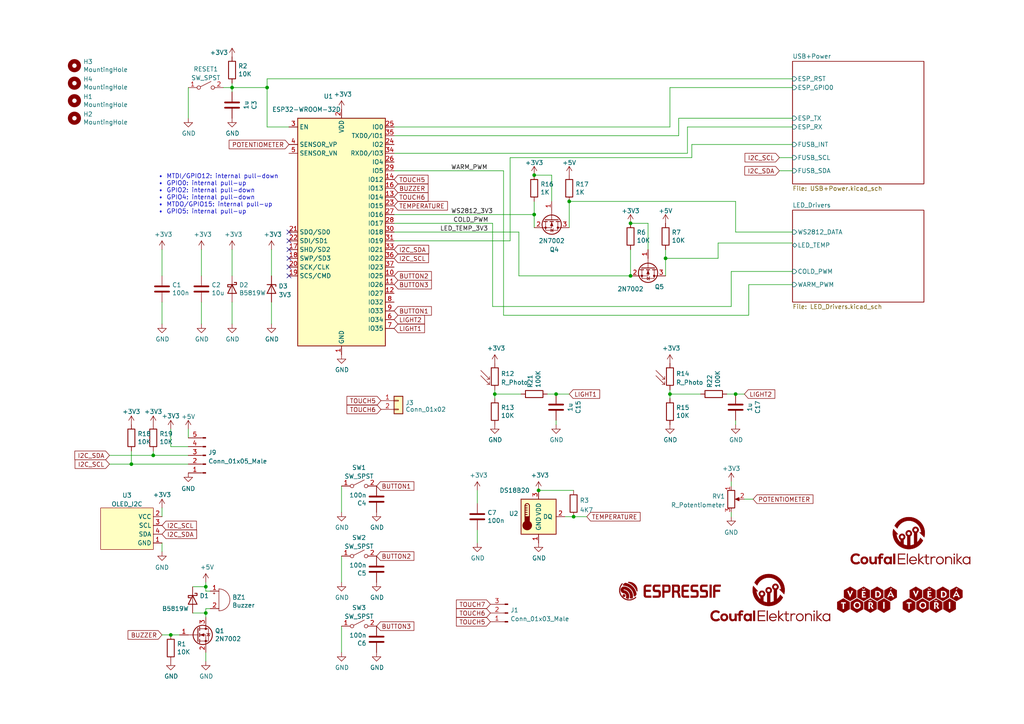
<source format=kicad_sch>
(kicad_sch (version 20230121) (generator eeschema)
  (paper "A4")
  (lib_symbols
    (symbol "Connector:Conn_01x03_Male" (pin_names (offset 1.016) hide)
      (property "Reference" "J" (at 0 5.08 0))
      (property "Value" "Conn_01x03_Male" (at 0 -5.08 0))
      (symbol "Conn_01x03_Male_1_1"
        (pin passive line (at 5.08 2.54 180) (length 3.81) (name "Pin_1") (number "1"))
        (pin passive line (at 5.08 0 180) (length 3.81) (name "Pin_2") (number "2"))
        (pin passive line (at 5.08 -2.54 180) (length 3.81) (name "Pin_3") (number "3"))
      )
    )
    (symbol "Connector:Conn_01x05_Male" (pin_names (offset 1.016) hide)
      (property "Reference" "J" (at 0 7.62 0))
      (property "Value" "Conn_01x05_Male" (at 0 -7.62 0))
      (symbol "Conn_01x05_Male_1_1"
        (pin passive line (at 5.08 5.08 180) (length 3.81) (name "Pin_1") (number "1"))
        (pin passive line (at 5.08 2.54 180) (length 3.81) (name "Pin_2") (number "2"))
        (pin passive line (at 5.08 0 180) (length 3.81) (name "Pin_3") (number "3"))
        (pin passive line (at 5.08 -2.54 180) (length 3.81) (name "Pin_4") (number "4"))
        (pin passive line (at 5.08 -5.08 180) (length 3.81) (name "Pin_5") (number "5"))
      )
    )
    (symbol "Connector_Generic:Conn_01x02" (pin_names (offset 1.016) hide)
      (property "Reference" "J" (at 0 2.54 0))
      (property "Value" "Conn_01x02" (at 0 -5.08 0))
      (symbol "Conn_01x02_1_1"
        (pin passive line (at -5.08 0 0) (length 3.81) (name "Pin_1") (number "1"))
        (pin passive line (at -5.08 -2.54 0) (length 3.81) (name "Pin_2") (number "2"))
      )
    )
    (symbol "Device:Buzzer" (pin_names (offset 0.0254) hide)
      (property "Reference" "BZ" (at 3.81 1.27 0))
      (property "Value" "Buzzer" (at 3.81 -1.27 0))
      (symbol "Buzzer_1_1"
        (pin passive line (at -2.54 2.54 0) (length 2.54) (name "-") (number "1"))
        (pin passive line (at -2.54 -2.54 0) (length 2.54) (name "+") (number "2"))
      )
    )
    (symbol "Device:C" (pin_numbers hide) (pin_names (offset 0.254))
      (property "Reference" "C" (at 0.635 2.54 0))
      (property "Value" "C" (at 0.635 -2.54 0))
      (symbol "C_1_1"
        (pin passive line (at 0 3.81 270) (length 2.794) (name "~") (number "1"))
        (pin passive line (at 0 -3.81 90) (length 2.794) (name "~") (number "2"))
      )
    )
    (symbol "Device:D_Schottky" (pin_numbers hide) (pin_names (offset 1.016) hide)
      (property "Reference" "D" (at 0 2.54 0))
      (property "Value" "D_Schottky" (at 0 -2.54 0))
      (symbol "D_Schottky_1_1"
        (pin passive line (at -3.81 0 0) (length 2.54) (name "K") (number "1"))
        (pin passive line (at 3.81 0 180) (length 2.54) (name "A") (number "2"))
      )
    )
    (symbol "Device:D_Zener" (pin_numbers hide) (pin_names (offset 1.016) hide)
      (property "Reference" "D" (at 0 2.54 0))
      (property "Value" "D_Zener" (at 0 -2.54 0))
      (symbol "D_Zener_1_1"
        (pin passive line (at -3.81 0 0) (length 2.54) (name "K") (number "1"))
        (pin passive line (at 3.81 0 180) (length 2.54) (name "A") (number "2"))
      )
    )
    (symbol "Device:R" (pin_numbers hide) (pin_names (offset 0))
      (property "Reference" "R" (at 2.032 0 90))
      (property "Value" "R" (at 0 0 90))
      (symbol "R_1_1"
        (pin passive line (at 0 3.81 270) (length 1.27) (name "~") (number "1"))
        (pin passive line (at 0 -3.81 90) (length 1.27) (name "~") (number "2"))
      )
    )
    (symbol "Device:R_Photo" (pin_numbers hide) (pin_names (offset 0))
      (property "Reference" "R" (at 1.27 1.27 0))
      (property "Value" "R_Photo" (at 1.27 0 0))
      (symbol "R_Photo_1_1"
        (pin passive line (at 0 3.81 270) (length 1.27) (name "~") (number "1"))
        (pin passive line (at 0 -3.81 90) (length 1.27) (name "~") (number "2"))
      )
    )
    (symbol "Device:R_Potentiometer" (pin_names (offset 1.016) hide)
      (property "Reference" "RV" (at -4.445 0 90))
      (property "Value" "R_Potentiometer" (at -2.54 0 90))
      (symbol "R_Potentiometer_1_1"
        (pin passive line (at 0 3.81 270) (length 1.27) (name "1") (number "1"))
        (pin passive line (at 3.81 0 180) (length 1.27) (name "2") (number "2"))
        (pin passive line (at 0 -3.81 90) (length 1.27) (name "3") (number "3"))
      )
    )
    (symbol "Mechanical:MountingHole" (pin_names (offset 1.016))
      (property "Reference" "H" (at 0 5.08 0))
      (property "Value" "MountingHole" (at 0 3.175 0))
    )
    (symbol "PaLampa_Library:OLED_I2C"
      (property "Reference" "U" (at -0.635 7.62 0))
      (property "Value" "OLED_I2C" (at -3.81 0 0))
      (symbol "OLED_I2C_1_1"
        (pin input line (at 8.89 -3.81 180) (length 2.54) (name "GND") (number "1"))
        (pin input line (at 8.89 3.81 180) (length 2.54) (name "VCC") (number "2"))
        (pin input line (at 8.89 1.27 180) (length 2.54) (name "SCL") (number "3"))
        (pin input line (at 8.89 -1.27 180) (length 2.54) (name "SDA") (number "4"))
      )
    )
    (symbol "RF_Module:ESP32-WROOM-32D"
      (property "Reference" "U" (at -12.7 34.29 0))
      (property "Value" "ESP32-WROOM-32D" (at 1.27 34.29 0))
      (symbol "ESP32-WROOM-32D_1_1"
        (pin power_in line (at 0 -35.56 90) (length 2.54) (name "GND") (number "1"))
        (pin bidirectional line (at 15.24 -12.7 180) (length 2.54) (name "IO25") (number "10"))
        (pin bidirectional line (at 15.24 -15.24 180) (length 2.54) (name "IO26") (number "11"))
        (pin bidirectional line (at 15.24 -17.78 180) (length 2.54) (name "IO27") (number "12"))
        (pin bidirectional line (at 15.24 10.16 180) (length 2.54) (name "IO14") (number "13"))
        (pin bidirectional line (at 15.24 15.24 180) (length 2.54) (name "IO12") (number "14"))
        (pin passive line (at 0 -35.56 90) (length 2.54) hide (name "GND") (number "15"))
        (pin bidirectional line (at 15.24 12.7 180) (length 2.54) (name "IO13") (number "16"))
        (pin bidirectional line (at -15.24 -5.08 0) (length 2.54) (name "SHD/SD2") (number "17"))
        (pin bidirectional line (at -15.24 -7.62 0) (length 2.54) (name "SWP/SD3") (number "18"))
        (pin bidirectional line (at -15.24 -12.7 0) (length 2.54) (name "SCS/CMD") (number "19"))
        (pin power_in line (at 0 35.56 270) (length 2.54) (name "VDD") (number "2"))
        (pin bidirectional line (at -15.24 -10.16 0) (length 2.54) (name "SCK/CLK") (number "20"))
        (pin bidirectional line (at -15.24 0 0) (length 2.54) (name "SDO/SD0") (number "21"))
        (pin bidirectional line (at -15.24 -2.54 0) (length 2.54) (name "SDI/SD1") (number "22"))
        (pin bidirectional line (at 15.24 7.62 180) (length 2.54) (name "IO15") (number "23"))
        (pin bidirectional line (at 15.24 25.4 180) (length 2.54) (name "IO2") (number "24"))
        (pin bidirectional line (at 15.24 30.48 180) (length 2.54) (name "IO0") (number "25"))
        (pin bidirectional line (at 15.24 20.32 180) (length 2.54) (name "IO4") (number "26"))
        (pin bidirectional line (at 15.24 5.08 180) (length 2.54) (name "IO16") (number "27"))
        (pin bidirectional line (at 15.24 2.54 180) (length 2.54) (name "IO17") (number "28"))
        (pin bidirectional line (at 15.24 17.78 180) (length 2.54) (name "IO5") (number "29"))
        (pin input line (at -15.24 30.48 0) (length 2.54) (name "EN") (number "3"))
        (pin bidirectional line (at 15.24 0 180) (length 2.54) (name "IO18") (number "30"))
        (pin bidirectional line (at 15.24 -2.54 180) (length 2.54) (name "IO19") (number "31"))
        (pin no_connect line (at -12.7 -27.94 0) (length 2.54) hide (name "NC") (number "32"))
        (pin bidirectional line (at 15.24 -5.08 180) (length 2.54) (name "IO21") (number "33"))
        (pin bidirectional line (at 15.24 22.86 180) (length 2.54) (name "RXD0/IO3") (number "34"))
        (pin bidirectional line (at 15.24 27.94 180) (length 2.54) (name "TXD0/IO1") (number "35"))
        (pin bidirectional line (at 15.24 -7.62 180) (length 2.54) (name "IO22") (number "36"))
        (pin bidirectional line (at 15.24 -10.16 180) (length 2.54) (name "IO23") (number "37"))
        (pin passive line (at 0 -35.56 90) (length 2.54) hide (name "GND") (number "38"))
        (pin passive line (at 0 -35.56 90) (length 2.54) hide (name "GND") (number "39"))
        (pin input line (at -15.24 25.4 0) (length 2.54) (name "SENSOR_VP") (number "4"))
        (pin input line (at -15.24 22.86 0) (length 2.54) (name "SENSOR_VN") (number "5"))
        (pin input line (at 15.24 -25.4 180) (length 2.54) (name "IO34") (number "6"))
        (pin input line (at 15.24 -27.94 180) (length 2.54) (name "IO35") (number "7"))
        (pin bidirectional line (at 15.24 -20.32 180) (length 2.54) (name "IO32") (number "8"))
        (pin bidirectional line (at 15.24 -22.86 180) (length 2.54) (name "IO33") (number "9"))
      )
    )
    (symbol "Sensor_Temperature:DS18B20" (pin_names (offset 1.016))
      (property "Reference" "U" (at -3.81 6.35 0))
      (property "Value" "DS18B20" (at 6.35 6.35 0))
      (symbol "DS18B20_1_1"
        (pin power_in line (at 0 -7.62 90) (length 2.54) (name "GND") (number "1"))
        (pin bidirectional line (at 7.62 0 180) (length 2.54) (name "DQ") (number "2"))
        (pin power_in line (at 0 7.62 270) (length 2.54) (name "VDD") (number "3"))
      )
    )
    (symbol "Switch:SW_SPST" (pin_names (offset 0) hide)
      (property "Reference" "SW" (at 0 3.175 0))
      (property "Value" "SW_SPST" (at 0 -2.54 0))
      (symbol "SW_SPST_1_1"
        (pin passive line (at -5.08 0 0) (length 2.54) (name "A") (number "1"))
        (pin passive line (at 5.08 0 180) (length 2.54) (name "B") (number "2"))
      )
    )
    (symbol "Time-O-Mat_Library:CoufalElektronika_logo" (pin_names (offset 1.016)))
    (symbol "Time-O-Mat_Library:Espressif_logo" (pin_names (offset 1.016)))
    (symbol "Time-O-Mat_Library:Vedatori_logo" (pin_names (offset 1.016)))
    (symbol "Transistor_FET:2N7002" (pin_names hide)
      (property "Reference" "Q" (at 5.08 1.905 0))
      (property "Value" "2N7002" (at 5.08 0 0))
      (symbol "2N7002_1_1"
        (pin input line (at -5.08 0 0) (length 2.54) (name "G") (number "1"))
        (pin passive line (at 2.54 -5.08 90) (length 2.54) (name "S") (number "2"))
        (pin passive line (at 2.54 5.08 270) (length 2.54) (name "D") (number "3"))
      )
    )
    (symbol "power:+3V3" (power) (pin_names (offset 0))
      (property "Value" "+3V3" (at 0 3.556 0))
      (symbol "+3V3_1_1"
        (pin power_in line (at 0 0 90) (length 0) hide (name "+3V3") (number "1"))
      )
    )
    (symbol "power:+5V" (power) (pin_names (offset 0))
      (property "Value" "+5V" (at 0 3.556 0))
      (symbol "+5V_1_1"
        (pin power_in line (at 0 0 90) (length 0) hide (name "+5V") (number "1"))
      )
    )
    (symbol "power:GND" (power) (pin_names (offset 0))
      (property "Value" "GND" (at 0 -3.81 0))
      (symbol "GND_1_1"
        (pin power_in line (at 0 0 270) (length 0) hide (name "GND") (number "1"))
      )
    )
  )
  (junction (at 143.51 114.3))
  (junction (at 161.29 114.3))
  (junction (at 59.69 170.18))
  (junction (at 49.53 184.15))
  (junction (at 156.21 142.24))
  (junction (at 165.1 58.42))
  (junction (at 182.88 64.77))
  (junction (at 154.94 50.8))
  (junction (at 166.37 149.86))
  (junction (at 77.47 25.4))
  (junction (at 38.1 134.62))
  (junction (at 193.04 74.93))
  (junction (at 213.36 114.3))
  (junction (at 194.31 114.3))
  (junction (at 44.45 132.08))
  (junction (at 182.88 80.01))
  (junction (at 59.69 177.8))
  (junction (at 154.94 62.23))
  (junction (at 67.31 25.4))
  (no_connect (at 83.82 69.85))
  (no_connect (at 83.82 72.39))
  (no_connect (at 83.82 74.93))
  (no_connect (at 83.82 80.01))
  (no_connect (at 83.82 77.47))
  (no_connect (at 83.82 67.31))
  (wire (pts (xy 77.47 36.83) (xy 77.47 25.4)))
  (wire (pts (xy 229.87 25.4) (xy 194.31 25.4)))
  (wire (pts (xy 67.31 25.4) (xy 77.47 25.4)))
  (wire (pts (xy 59.69 191.77) (xy 59.69 189.23)))
  (wire (pts (xy 226.06 49.53) (xy 229.87 49.53)))
  (wire (pts (xy 138.43 153.67) (xy 138.43 157.48)))
  (wire (pts (xy 64.77 25.4) (xy 67.31 25.4)))
  (wire (pts (xy 60.96 176.53) (xy 59.69 176.53)))
  (wire (pts (xy 163.83 149.86) (xy 166.37 149.86)))
  (wire (pts (xy 160.02 50.8) (xy 154.94 50.8)))
  (wire (pts (xy 78.74 72.39) (xy 78.74 80.01)))
  (wire (pts (xy 146.05 49.53) (xy 146.05 91.44)))
  (wire (pts (xy 143.51 114.3) (xy 151.13 114.3)))
  (wire (pts (xy 31.75 134.62) (xy 38.1 134.62)))
  (wire (pts (xy 77.47 22.86) (xy 229.87 22.86)))
  (wire (pts (xy 229.87 70.485) (xy 208.28 70.485)))
  (wire (pts (xy 208.28 74.93) (xy 193.04 74.93)))
  (wire (pts (xy 114.3 62.23) (xy 154.94 62.23)))
  (wire (pts (xy 212.09 139.7) (xy 212.09 140.97)))
  (wire (pts (xy 161.29 114.3) (xy 165.1 114.3)))
  (wire (pts (xy 213.36 58.42) (xy 213.36 67.31)))
  (wire (pts (xy 54.61 124.46) (xy 54.61 127)))
  (wire (pts (xy 229.87 41.91) (xy 200.66 41.91)))
  (wire (pts (xy 196.85 34.29) (xy 196.85 39.37)))
  (wire (pts (xy 59.69 171.45) (xy 60.96 171.45)))
  (wire (pts (xy 154.94 58.42) (xy 154.94 62.23)))
  (wire (pts (xy 138.43 146.05) (xy 138.43 142.24)))
  (wire (pts (xy 59.69 170.18) (xy 55.88 170.18)))
  (wire (pts (xy 194.31 113.03) (xy 194.31 114.3)))
  (wire (pts (xy 67.31 93.98) (xy 67.31 87.63)))
  (wire (pts (xy 67.31 80.01) (xy 67.31 72.39)))
  (wire (pts (xy 213.36 58.42) (xy 165.1 58.42)))
  (wire (pts (xy 229.87 36.83) (xy 199.39 36.83)))
  (wire (pts (xy 194.31 114.3) (xy 194.31 115.57)))
  (wire (pts (xy 212.09 149.86) (xy 212.09 148.59)))
  (wire (pts (xy 59.69 168.91) (xy 59.69 170.18)))
  (wire (pts (xy 226.06 45.72) (xy 229.87 45.72)))
  (wire (pts (xy 217.17 82.55) (xy 229.87 82.55)))
  (wire (pts (xy 67.31 26.67) (xy 67.31 25.4)))
  (wire (pts (xy 99.06 181.61) (xy 99.06 189.23)))
  (wire (pts (xy 199.39 44.45) (xy 114.3 44.45)))
  (wire (pts (xy 182.88 80.01) (xy 150.495 80.01)))
  (wire (pts (xy 196.85 39.37) (xy 114.3 39.37)))
  (wire (pts (xy 46.99 80.01) (xy 46.99 72.39)))
  (wire (pts (xy 199.39 36.83) (xy 199.39 44.45)))
  (wire (pts (xy 187.96 64.77) (xy 182.88 64.77)))
  (wire (pts (xy 49.53 129.54) (xy 49.53 124.46)))
  (wire (pts (xy 143.51 114.3) (xy 143.51 115.57)))
  (wire (pts (xy 49.53 184.15) (xy 46.99 184.15)))
  (wire (pts (xy 99.06 140.97) (xy 99.06 148.59)))
  (wire (pts (xy 44.45 132.08) (xy 54.61 132.08)))
  (wire (pts (xy 46.99 87.63) (xy 46.99 93.98)))
  (wire (pts (xy 44.45 130.81) (xy 44.45 132.08)))
  (wire (pts (xy 143.51 113.03) (xy 143.51 114.3)))
  (wire (pts (xy 213.36 114.3) (xy 215.9 114.3)))
  (wire (pts (xy 194.31 25.4) (xy 194.31 36.83)))
  (wire (pts (xy 147.955 45.72) (xy 147.955 69.85)))
  (wire (pts (xy 114.3 49.53) (xy 146.05 49.53)))
  (wire (pts (xy 208.28 70.485) (xy 208.28 74.93)))
  (wire (pts (xy 212.09 88.9) (xy 212.09 78.74)))
  (wire (pts (xy 142.875 88.9) (xy 142.875 64.77)))
  (wire (pts (xy 166.37 149.86) (xy 170.18 149.86)))
  (wire (pts (xy 54.61 129.54) (xy 49.53 129.54)))
  (wire (pts (xy 58.42 72.39) (xy 58.42 80.01)))
  (wire (pts (xy 142.875 88.9) (xy 212.09 88.9)))
  (wire (pts (xy 54.61 25.4) (xy 54.61 34.29)))
  (wire (pts (xy 156.21 142.24) (xy 166.37 142.24)))
  (wire (pts (xy 193.04 72.39) (xy 193.04 74.93)))
  (wire (pts (xy 114.3 69.85) (xy 147.955 69.85)))
  (wire (pts (xy 213.36 67.31) (xy 229.87 67.31)))
  (wire (pts (xy 150.495 80.01) (xy 150.495 67.31)))
  (wire (pts (xy 114.3 64.77) (xy 142.875 64.77)))
  (wire (pts (xy 77.47 25.4) (xy 77.47 22.86)))
  (wire (pts (xy 193.04 74.93) (xy 193.04 80.01)))
  (wire (pts (xy 194.31 114.3) (xy 203.2 114.3)))
  (wire (pts (xy 217.17 91.44) (xy 217.17 82.55)))
  (wire (pts (xy 160.02 58.42) (xy 160.02 50.8)))
  (wire (pts (xy 38.1 134.62) (xy 54.61 134.62)))
  (wire (pts (xy 59.69 177.8) (xy 55.88 177.8)))
  (wire (pts (xy 213.36 121.92) (xy 213.36 123.19)))
  (wire (pts (xy 58.42 87.63) (xy 58.42 93.98)))
  (wire (pts (xy 229.87 34.29) (xy 196.85 34.29)))
  (wire (pts (xy 194.31 36.83) (xy 114.3 36.83)))
  (wire (pts (xy 187.96 72.39) (xy 187.96 64.77)))
  (wire (pts (xy 161.29 121.92) (xy 161.29 123.19)))
  (wire (pts (xy 99.06 161.29) (xy 99.06 168.91)))
  (wire (pts (xy 59.69 176.53) (xy 59.69 177.8)))
  (wire (pts (xy 46.99 157.48) (xy 46.99 160.02)))
  (wire (pts (xy 83.82 36.83) (xy 77.47 36.83)))
  (wire (pts (xy 146.05 91.44) (xy 217.17 91.44)))
  (wire (pts (xy 150.495 67.31) (xy 114.3 67.31)))
  (wire (pts (xy 165.1 58.42) (xy 165.1 66.04)))
  (wire (pts (xy 31.75 132.08) (xy 44.45 132.08)))
  (wire (pts (xy 154.94 62.23) (xy 154.94 66.04)))
  (wire (pts (xy 210.82 114.3) (xy 213.36 114.3)))
  (wire (pts (xy 59.69 170.18) (xy 59.69 171.45)))
  (wire (pts (xy 78.74 87.63) (xy 78.74 93.98)))
  (wire (pts (xy 218.44 144.78) (xy 215.9 144.78)))
  (wire (pts (xy 200.66 45.72) (xy 147.955 45.72)))
  (wire (pts (xy 46.99 147.32) (xy 46.99 149.86)))
  (wire (pts (xy 212.09 78.74) (xy 229.87 78.74)))
  (wire (pts (xy 182.88 72.39) (xy 182.88 80.01)))
  (wire (pts (xy 52.07 184.15) (xy 49.53 184.15)))
  (wire (pts (xy 200.66 41.91) (xy 200.66 45.72)))
  (wire (pts (xy 59.69 177.8) (xy 59.69 179.07)))
  (wire (pts (xy 158.75 114.3) (xy 161.29 114.3)))
  (wire (pts (xy 67.31 25.4) (xy 67.31 24.13)))
  (wire (pts (xy 38.1 130.81) (xy 38.1 134.62)))
  (text "• MTDI/GPIO12: internal pull-down\n• GPIO0: internal pull-up\n• GPIO2: internal pull-down\n• GPIO4: internal pull-down\n• MTDO/GPIO15: internal pull-up\n• GPIO5: internal pull-up" (at 45.72 62.23 0) (effects (font (size 1.27 1.27)) (justify left bottom)))
  (label "WARM_PWM" (at 130.81 49.53 0))
  (label "WS2812_3V3" (at 130.81 62.23 0))
  (label "LED_TEMP_3V3" (at 127.635 67.31 0))
  (label "COLD_PWM" (at 131.445 64.77 0))
  (global_label "I2C_SDA" (shape input) (at 114.3 72.39 0) (property "Intersheetrefs" "${INTERSHEET_REFS}" (effects hide)))
  (global_label "LIGHT2" (shape input) (at 114.3 92.71 0) (property "Intersheetrefs" "${INTERSHEET_REFS}" (effects hide)))
  (global_label "I2C_SCL" (shape input) (at 114.3 74.93 0) (property "Intersheetrefs" "${INTERSHEET_REFS}" (effects hide)))
  (global_label "BUZZER" (shape input) (at 46.99 184.15 180) (property "Intersheetrefs" "${INTERSHEET_REFS}" (effects hide)))
  (global_label "BUTTON2" (shape input) (at 109.22 161.29 0) (property "Intersheetrefs" "${INTERSHEET_REFS}" (effects hide)))
  (global_label "TOUCH5" (shape input) (at 114.3 52.07 0) (property "Intersheetrefs" "${INTERSHEET_REFS}" (effects hide)))
  (global_label "POTENTIOMETER" (shape input) (at 83.82 41.91 180) (property "Intersheetrefs" "${INTERSHEET_REFS}" (effects hide)))
  (global_label "BUTTON3" (shape input) (at 114.3 82.55 0) (property "Intersheetrefs" "${INTERSHEET_REFS}" (effects hide)))
  (global_label "TOUCH6" (shape input) (at 142.24 177.8 180) (property "Intersheetrefs" "${INTERSHEET_REFS}" (effects hide)))
  (global_label "TEMPERATURE" (shape input) (at 170.18 149.86 0) (property "Intersheetrefs" "${INTERSHEET_REFS}" (effects hide)))
  (global_label "POTENTIOMETER" (shape input) (at 218.44 144.78 0) (property "Intersheetrefs" "${INTERSHEET_REFS}" (effects hide)))
  (global_label "TOUCH6" (shape input) (at 110.49 118.745 180) (property "Intersheetrefs" "${INTERSHEET_REFS}" (effects hide)))
  (global_label "TOUCH6" (shape input) (at 114.3 57.15 0) (property "Intersheetrefs" "${INTERSHEET_REFS}" (effects hide)))
  (global_label "BUTTON3" (shape input) (at 109.22 181.61 0) (property "Intersheetrefs" "${INTERSHEET_REFS}" (effects hide)))
  (global_label "BUTTON1" (shape input) (at 109.22 140.97 0) (property "Intersheetrefs" "${INTERSHEET_REFS}" (effects hide)))
  (global_label "I2C_SDA" (shape input) (at 31.75 132.08 180) (property "Intersheetrefs" "${INTERSHEET_REFS}" (effects hide)))
  (global_label "I2C_SCL" (shape input) (at 46.99 152.4 0) (property "Intersheetrefs" "${INTERSHEET_REFS}" (effects hide)))
  (global_label "LIGHT1" (shape input) (at 114.3 95.25 0) (property "Intersheetrefs" "${INTERSHEET_REFS}" (effects hide)))
  (global_label "BUZZER" (shape input) (at 114.3 54.61 0) (property "Intersheetrefs" "${INTERSHEET_REFS}" (effects hide)))
  (global_label "TOUCH5" (shape input) (at 110.49 116.205 180) (property "Intersheetrefs" "${INTERSHEET_REFS}" (effects hide)))
  (global_label "BUTTON1" (shape input) (at 114.3 90.17 0) (property "Intersheetrefs" "${INTERSHEET_REFS}" (effects hide)))
  (global_label "BUTTON2" (shape input) (at 114.3 80.01 0) (property "Intersheetrefs" "${INTERSHEET_REFS}" (effects hide)))
  (global_label "LIGHT1" (shape input) (at 165.1 114.3 0) (property "Intersheetrefs" "${INTERSHEET_REFS}" (effects hide)))
  (global_label "TEMPERATURE" (shape input) (at 114.3 59.69 0) (property "Intersheetrefs" "${INTERSHEET_REFS}" (effects hide)))
  (global_label "I2C_SCL" (shape input) (at 31.75 134.62 180) (property "Intersheetrefs" "${INTERSHEET_REFS}" (effects hide)))
  (global_label "TOUCH7" (shape input) (at 142.24 175.26 180) (property "Intersheetrefs" "${INTERSHEET_REFS}" (effects hide)))
  (global_label "LIGHT2" (shape input) (at 215.9 114.3 0) (property "Intersheetrefs" "${INTERSHEET_REFS}" (effects hide)))
  (global_label "I2C_SCL" (shape input) (at 226.06 45.72 180) (property "Intersheetrefs" "${INTERSHEET_REFS}" (effects hide)))
  (global_label "I2C_SDA" (shape input) (at 226.06 49.53 180) (property "Intersheetrefs" "${INTERSHEET_REFS}" (effects hide)))
  (global_label "TOUCH5" (shape input) (at 142.24 180.34 180) (property "Intersheetrefs" "${INTERSHEET_REFS}" (effects hide)))
  (global_label "I2C_SDA" (shape input) (at 46.99 154.94 0) (property "Intersheetrefs" "${INTERSHEET_REFS}" (effects hide)))
  (symbol (lib_id "power:GND") (at 161.29 123.19 0) (unit 1)
    (property "Reference" "#PWR0181" (effects hide))
    (property "Value" "GND" (at 161.417 127.5842 0))
  )
  (symbol (lib_id "power:+5V") (at 59.69 168.91 0) (unit 1)
    (property "Reference" "#PWR0124" (effects hide))
    (property "Value" "+5V" (at 60.071 164.5158 0))
  )
  (symbol (lib_id "Switch:SW_SPST") (at 104.14 161.29 0) (unit 1)
    (property "Reference" "SW2" (at 104.14 155.9392 0))
    (property "Value" "SW_SPST" (at 104.14 158.4761 0))
    (property "Footprint" "Button_Switch_THT:SW_PUSH_6mm_H13mm" (effects hide))
  )
  (symbol (lib_id "Transistor_FET:2N7002") (at 160.02 63.5 270) (unit 1)
    (property "Reference" "Q4" (at 159.385 72.39 90) (effects (justify left)))
    (property "Value" "2N7002" (at 156.21 69.85 90) (effects (justify left)))
    (property "Footprint" "Package_TO_SOT_SMD:SOT-23" (effects hide))
    (property "Datasheet" "https://www.onsemi.com/pub/Collateral/NDS7002A-D.PDF" (effects hide))
    (property "LCSC" "C8545" (effects hide))
  )
  (symbol (lib_id "power:+3V3") (at 44.45 123.19 0) (unit 1)
    (property "Reference" "#PWR0170" (effects hide))
    (property "Value" "+3V3" (at 44.45 119.38 0))
  )
  (symbol (lib_id "power:GND") (at 109.22 148.59 0) (unit 1)
    (property "Reference" "#PWR0106" (effects hide))
    (property "Value" "GND" (at 109.347 152.9842 0))
  )
  (symbol (lib_id "Switch:SW_SPST") (at 59.69 25.4 0) (unit 1)
    (property "Reference" "RESET1" (at 59.69 20.0492 0))
    (property "Value" "SW_SPST" (at 59.69 22.5861 0))
    (property "Footprint" "Button_Switch_SMD:SW_SPST_TL3342" (effects hide))
    (property "LCSC" "C318884" (effects hide))
  )
  (symbol (lib_id "PaLampa_Library:OLED_I2C") (at 38.1 153.67 0) (unit 1)
    (property "Reference" "U3" (at 36.83 143.671 0))
    (property "Value" "OLED_I2C" (at 36.83 146.2079 0))
    (property "Footprint" "PaLampa_Library:Display_128x64_096_I2C_3Hole" (effects hide))
  )
  (symbol (lib_id "power:+3V3") (at 138.43 142.24 0) (unit 1)
    (property "Reference" "#PWR0137" (effects hide))
    (property "Value" "+3V3" (at 138.811 137.8458 0))
  )
  (symbol (lib_id "power:GND") (at 109.22 189.23 0) (unit 1)
    (property "Reference" "#PWR0109" (effects hide))
    (property "Value" "GND" (at 109.347 193.6242 0))
  )
  (symbol (lib_id "Device:R") (at 182.88 68.58 0) (unit 1)
    (property "Reference" "R6" (at 184.658 67.4116 0) (effects (justify left)))
    (property "Value" "10K" (at 184.658 69.723 0) (effects (justify left)))
    (property "Footprint" "Resistor_SMD:R_0603_1608Metric" (effects hide))
    (property "LCSC" "C25804" (effects hide))
  )
  (symbol (lib_id "Device:C") (at 138.43 149.86 0) (unit 1)
    (property "Reference" "C7" (at 141.351 148.6916 0) (effects (justify left)))
    (property "Value" "100n" (at 141.351 151.003 0) (effects (justify left)))
    (property "Footprint" "Capacitor_SMD:C_0603_1608Metric" (effects hide))
    (property "LCSC" "C14663" (effects hide))
  )
  (symbol (lib_id "power:GND") (at 156.21 157.48 0) (unit 1)
    (property "Reference" "#PWR0140" (effects hide))
    (property "Value" "GND" (at 156.337 161.8742 0))
  )
  (symbol (lib_id "power:GND") (at 46.99 160.02 0) (unit 1)
    (property "Reference" "#PWR0101" (effects hide))
    (property "Value" "GND" (at 46.99 164.5825 0))
  )
  (symbol (lib_id "Mechanical:MountingHole") (at 21.59 34.29 0) (unit 1) (in_bom no)
    (property "Reference" "H2" (at 24.13 33.1216 0) (effects (justify left)))
    (property "Value" "MountingHole" (at 24.13 35.433 0) (effects (justify left)))
    (property "Footprint" "MountingHole:MountingHole_3.2mm_M3" (effects hide))
  )
  (symbol (lib_id "power:GND") (at 109.22 168.91 0) (unit 1)
    (property "Reference" "#PWR0107" (effects hide))
    (property "Value" "GND" (at 109.347 173.3042 0))
  )
  (symbol (lib_id "Switch:SW_SPST") (at 104.14 140.97 0) (unit 1)
    (property "Reference" "SW1" (at 104.14 135.6192 0))
    (property "Value" "SW_SPST" (at 104.14 138.1561 0))
    (property "Footprint" "Button_Switch_THT:SW_PUSH_6mm_H13mm" (effects hide))
  )
  (symbol (lib_id "power:+3V3") (at 194.31 105.41 0) (unit 1)
    (property "Reference" "#PWR0164" (effects hide))
    (property "Value" "+3V3" (at 194.691 101.0158 0))
  )
  (symbol (lib_id "Device:C") (at 67.31 30.48 180) (unit 1)
    (property "Reference" "C3" (at 73.7108 30.48 90))
    (property "Value" "1u" (at 71.3994 30.48 90))
    (property "Footprint" "Capacitor_SMD:C_0603_1608Metric" (effects hide))
    (property "LCSC" "C15849" (effects hide))
  )
  (symbol (lib_id "Device:R") (at 165.1 54.61 0) (unit 1)
    (property "Reference" "R17" (at 166.878 53.4416 0) (effects (justify left)))
    (property "Value" "1K" (at 166.878 55.753 0) (effects (justify left)))
    (property "Footprint" "Resistor_SMD:R_0603_1608Metric" (effects hide))
    (property "LCSC" "C21190" (effects hide))
  )
  (symbol (lib_id "power:GND") (at 138.43 157.48 0) (unit 1)
    (property "Reference" "#PWR0138" (effects hide))
    (property "Value" "GND" (at 138.557 161.8742 0))
  )
  (symbol (lib_id "power:+3V3") (at 156.21 142.24 0) (unit 1)
    (property "Reference" "#PWR0136" (effects hide))
    (property "Value" "+3V3" (at 156.591 137.8458 0))
  )
  (symbol (lib_id "Device:C") (at 109.22 144.78 180) (unit 1)
    (property "Reference" "C4" (at 106.299 145.9484 0) (effects (justify left)))
    (property "Value" "100n" (at 106.299 143.637 0) (effects (justify left)))
    (property "Footprint" "Capacitor_SMD:C_0603_1608Metric" (effects hide))
    (property "LCSC" "C14663" (effects hide))
  )
  (symbol (lib_id "power:+3V3") (at 78.74 72.39 0) (unit 1)
    (property "Reference" "#PWR0154" (effects hide))
    (property "Value" "+3V3" (at 79.121 67.9958 0))
  )
  (symbol (lib_id "power:GND") (at 67.31 34.29 0) (unit 1)
    (property "Reference" "#PWR0132" (effects hide))
    (property "Value" "GND" (at 67.437 38.6842 0))
  )
  (symbol (lib_id "Mechanical:MountingHole") (at 21.59 19.05 0) (unit 1) (in_bom no)
    (property "Reference" "H3" (at 24.13 17.8816 0) (effects (justify left)))
    (property "Value" "MountingHole" (at 24.13 20.193 0) (effects (justify left)))
    (property "Footprint" "MountingHole:MountingHole_3.2mm_M3" (effects hide))
  )
  (symbol (lib_id "power:+3V3") (at 99.06 31.75 0) (unit 1)
    (property "Reference" "#PWR0115" (effects hide))
    (property "Value" "+3V3" (at 99.441 27.3558 0))
  )
  (symbol (lib_id "Time-O-Mat_Library:Espressif_logo") (at 194.31 171.45 0) (unit 1) (in_bom no)
    (property "Reference" "G5" (effects hide))
    (property "Value" "Espressif_logo" (effects hide))
    (property "Footprint" "PaLampa_Library:Espressif_logo_30mm" (effects hide))
  )
  (symbol (lib_id "Connector:Conn_01x05_Male") (at 59.69 132.08 180) (unit 1)
    (property "Reference" "J9" (at 60.4012 131.2453 0) (effects (justify right)))
    (property "Value" "Conn_01x05_Male" (at 60.4012 133.7822 0) (effects (justify right)))
    (property "Footprint" "Connector_PinHeader_2.54mm:PinHeader_1x05_P2.54mm_Vertical" (effects hide))
  )
  (symbol (lib_id "power:GND") (at 99.06 102.87 0) (unit 1)
    (property "Reference" "#PWR0116" (effects hide))
    (property "Value" "GND" (at 99.187 107.2642 0))
  )
  (symbol (lib_id "Device:C") (at 161.29 118.11 180) (unit 1)
    (property "Reference" "C15" (at 167.6908 118.11 90))
    (property "Value" "1u" (at 165.3794 118.11 90))
    (property "Footprint" "Capacitor_SMD:C_0603_1608Metric" (effects hide))
    (property "LCSC" "C15849" (effects hide))
  )
  (symbol (lib_id "Time-O-Mat_Library:Vedatori_logo") (at 251.46 173.99 0) (unit 1) (in_bom no)
    (property "Reference" "G2" (effects hide))
    (property "Value" "Vedatori_logo" (effects hide))
    (property "Footprint" "PaLampa_Library:VedatoriNew_40x5,7mm" (effects hide))
  )
  (symbol (lib_id "power:+3V3") (at 46.99 147.32 0) (unit 1)
    (property "Reference" "#PWR0102" (effects hide))
    (property "Value" "+3V3" (at 46.99 143.51 0))
  )
  (symbol (lib_id "Mechanical:MountingHole") (at 21.59 24.13 0) (unit 1) (in_bom no)
    (property "Reference" "H4" (at 24.13 22.9616 0) (effects (justify left)))
    (property "Value" "MountingHole" (at 24.13 25.273 0) (effects (justify left)))
    (property "Footprint" "MountingHole:MountingHole_3.2mm_M3" (effects hide))
  )
  (symbol (lib_id "Device:C") (at 109.22 165.1 180) (unit 1)
    (property "Reference" "C5" (at 106.299 166.2684 0) (effects (justify left)))
    (property "Value" "100n" (at 106.299 163.957 0) (effects (justify left)))
    (property "Footprint" "Capacitor_SMD:C_0603_1608Metric" (effects hide))
    (property "LCSC" "C14663" (effects hide))
  )
  (symbol (lib_id "power:GND") (at 67.31 93.98 0) (unit 1)
    (property "Reference" "#PWR0134" (effects hide))
    (property "Value" "GND" (at 67.437 98.3742 0))
  )
  (symbol (lib_id "power:GND") (at 99.06 168.91 0) (unit 1)
    (property "Reference" "#PWR0108" (effects hide))
    (property "Value" "GND" (at 99.187 173.3042 0))
  )
  (symbol (lib_id "power:+3V3") (at 154.94 50.8 0) (unit 1)
    (property "Reference" "#PWR0167" (effects hide))
    (property "Value" "+3V3" (at 154.94 47.1955 0))
  )
  (symbol (lib_id "Connector_Generic:Conn_01x02") (at 115.57 116.205 0) (unit 1)
    (property "Reference" "J3" (at 117.602 116.8313 0) (effects (justify left)))
    (property "Value" "Conn_01x02" (at 117.602 118.7523 0) (effects (justify left)))
    (property "Footprint" "Connector_JST:JST_XH_B2B-XH-A_1x02_P2.50mm_Vertical" (effects hide))
  )
  (symbol (lib_id "Device:D_Schottky") (at 67.31 83.82 270) (unit 1)
    (property "Reference" "D2" (at 69.342 82.6516 90) (effects (justify left)))
    (property "Value" "B5819W" (at 69.342 84.963 90) (effects (justify left)))
    (property "Footprint" "Diode_SMD:D_SOD-123" (effects hide))
    (property "LCSC" "C8598" (effects hide))
  )
  (symbol (lib_id "Device:R_Photo") (at 194.31 109.22 0) (unit 1)
    (property "Reference" "R14" (at 196.088 108.3853 0) (effects (justify left)))
    (property "Value" "R_Photo" (at 196.088 110.9222 0) (effects (justify left)))
    (property "Footprint" "OptoDevice:R_LDR_5.1x4.3mm_P3.4mm_Vertical" (effects hide))
  )
  (symbol (lib_id "power:+3V3") (at 212.09 139.7 0) (unit 1)
    (property "Reference" "#PWR0103" (effects hide))
    (property "Value" "+3V3" (at 212.09 135.89 0))
  )
  (symbol (lib_id "power:+3V3") (at 67.31 16.51 0) (unit 1)
    (property "Reference" "#PWR0133" (effects hide))
    (property "Value" "+3V3" (at 63.5 15.24 0))
  )
  (symbol (lib_id "Device:R") (at 154.94 54.61 0) (unit 1)
    (property "Reference" "R16" (at 156.718 53.4416 0) (effects (justify left)))
    (property "Value" "1K" (at 156.718 55.753 0) (effects (justify left)))
    (property "Footprint" "Resistor_SMD:R_0603_1608Metric" (effects hide))
    (property "LCSC" "C21190" (effects hide))
  )
  (symbol (lib_id "Switch:SW_SPST") (at 104.14 181.61 0) (unit 1)
    (property "Reference" "SW3" (at 104.14 176.2592 0))
    (property "Value" "SW_SPST" (at 104.14 178.7961 0))
    (property "Footprint" "Button_Switch_THT:SW_PUSH_6mm_H13mm" (effects hide))
  )
  (symbol (lib_id "Device:R") (at 143.51 119.38 0) (unit 1)
    (property "Reference" "R13" (at 145.288 118.2116 0) (effects (justify left)))
    (property "Value" "10K" (at 145.288 120.523 0) (effects (justify left)))
    (property "Footprint" "Resistor_SMD:R_0603_1608Metric" (effects hide))
    (property "LCSC" "C25804" (effects hide))
  )
  (symbol (lib_id "power:GND") (at 143.51 123.19 0) (unit 1)
    (property "Reference" "#PWR0161" (effects hide))
    (property "Value" "GND" (at 143.637 127.5842 0))
  )
  (symbol (lib_id "Device:C") (at 58.42 83.82 0) (unit 1)
    (property "Reference" "C2" (at 61.341 82.6516 0) (effects (justify left)))
    (property "Value" "10u" (at 61.341 84.963 0) (effects (justify left)))
    (property "Footprint" "Capacitor_SMD:C_0805_2012Metric" (effects hide))
    (property "LCSC" "C15850" (effects hide))
  )
  (symbol (lib_id "Device:R") (at 154.94 114.3 90) (unit 1)
    (property "Reference" "R21" (at 153.7716 112.522 0) (effects (justify left)))
    (property "Value" "100K" (at 156.083 112.522 0) (effects (justify left)))
    (property "Footprint" "Resistor_SMD:R_0603_1608Metric" (effects hide))
    (property "LCSC" "C25803" (effects hide))
  )
  (symbol (lib_id "Connector:Conn_01x03_Male") (at 147.32 177.8 180) (unit 1)
    (property "Reference" "J1" (at 148.0312 176.9653 0) (effects (justify right)))
    (property "Value" "Conn_01x03_Male" (at 148.0312 179.5022 0) (effects (justify right)))
    (property "Footprint" "Connector_PinHeader_2.54mm:PinHeader_1x03_P2.54mm_Vertical" (effects hide))
  )
  (symbol (lib_id "power:+3V3") (at 182.88 64.77 0) (unit 1)
    (property "Reference" "#PWR01" (effects hide))
    (property "Value" "+3V3" (at 182.88 61.1655 0))
  )
  (symbol (lib_id "Device:R") (at 67.31 20.32 0) (unit 1)
    (property "Reference" "R2" (at 69.088 19.1516 0) (effects (justify left)))
    (property "Value" "10K" (at 69.088 21.463 0) (effects (justify left)))
    (property "Footprint" "Resistor_SMD:R_0603_1608Metric" (effects hide))
    (property "LCSC" "C25804" (effects hide))
  )
  (symbol (lib_id "Device:C") (at 213.36 118.11 180) (unit 1)
    (property "Reference" "C17" (at 219.7608 118.11 90))
    (property "Value" "1u" (at 217.4494 118.11 90))
    (property "Footprint" "Capacitor_SMD:C_0603_1608Metric" (effects hide))
    (property "LCSC" "C15849" (effects hide))
  )
  (symbol (lib_id "power:GND") (at 54.61 34.29 0) (unit 1)
    (property "Reference" "#PWR0176" (effects hide))
    (property "Value" "GND" (at 54.737 38.6842 0))
  )
  (symbol (lib_id "power:GND") (at 78.74 93.98 0) (unit 1)
    (property "Reference" "#PWR0149" (effects hide))
    (property "Value" "GND" (at 78.867 98.3742 0))
  )
  (symbol (lib_id "Mechanical:MountingHole") (at 21.59 29.21 0) (unit 1) (in_bom no)
    (property "Reference" "H1" (at 24.13 28.0416 0) (effects (justify left)))
    (property "Value" "MountingHole" (at 24.13 30.353 0) (effects (justify left)))
    (property "Footprint" "MountingHole:MountingHole_3.2mm_M3" (effects hide))
  )
  (symbol (lib_id "Device:R") (at 166.37 146.05 0) (unit 1)
    (property "Reference" "R3" (at 168.148 145.1415 0) (effects (justify left)))
    (property "Value" "4K7" (at 168.148 147.9166 0) (effects (justify left)))
    (property "Footprint" "Resistor_SMD:R_0603_1608Metric" (effects hide))
    (property "LCSC" "C23162" (effects hide))
  )
  (symbol (lib_id "Transistor_FET:2N7002") (at 187.96 77.47 270) (unit 1)
    (property "Reference" "Q5" (at 189.865 83.185 90) (effects (justify left)))
    (property "Value" "2N7002" (at 179.07 83.82 90) (effects (justify left)))
    (property "Footprint" "Package_TO_SOT_SMD:SOT-23" (effects hide))
    (property "Datasheet" "https://www.onsemi.com/pub/Collateral/NDS7002A-D.PDF" (effects hide))
    (property "LCSC" "C8545" (effects hide))
  )
  (symbol (lib_id "power:+3V3") (at 67.31 72.39 0) (unit 1)
    (property "Reference" "#PWR0129" (effects hide))
    (property "Value" "+3V3" (at 67.691 67.9958 0))
  )
  (symbol (lib_id "Device:R_Photo") (at 143.51 109.22 0) (unit 1)
    (property "Reference" "R12" (at 145.288 108.3853 0) (effects (justify left)))
    (property "Value" "R_Photo" (at 145.288 110.9222 0) (effects (justify left)))
    (property "Footprint" "OptoDevice:R_LDR_5.1x4.3mm_P3.4mm_Vertical" (effects hide))
  )
  (symbol (lib_id "power:GND") (at 54.61 137.16 0) (unit 1)
    (property "Reference" "#PWR0172" (effects hide))
    (property "Value" "GND" (at 54.61 141.7225 0))
  )
  (symbol (lib_id "Sensor_Temperature:DS18B20") (at 156.21 149.86 0) (unit 1)
    (property "Reference" "U2" (at 150.368 148.9515 0) (effects (justify right)))
    (property "Value" "DS18B20" (at 153.67 142.24 0) (effects (justify right)))
    (property "Footprint" "Package_TO_SOT_THT:TO-92_HandSolder" (effects hide))
    (property "Datasheet" "http://datasheets.maximintegrated.com/en/ds/DS18B20.pdf" (effects hide))
  )
  (symbol (lib_id "Device:R_Potentiometer") (at 212.09 144.78 0) (unit 1)
    (property "Reference" "RV1" (at 210.3121 143.9453 0) (effects (justify right)))
    (property "Value" "R_Potentiometer" (at 210.3121 146.4822 0) (effects (justify right)))
    (property "Footprint" "Potentiometer_THT:Potentiometer_Alps_RK09K_Single_Vertical" (effects hide))
  )
  (symbol (lib_id "power:GND") (at 59.69 191.77 0) (unit 1)
    (property "Reference" "#PWR0125" (effects hide))
    (property "Value" "GND" (at 59.817 196.1642 0))
  )
  (symbol (lib_id "Device:R") (at 44.45 127 0) (unit 1)
    (property "Reference" "R19" (at 46.228 125.8316 0) (effects (justify left)))
    (property "Value" "10K" (at 46.228 128.143 0) (effects (justify left)))
    (property "Footprint" "Resistor_SMD:R_0603_1608Metric" (effects hide))
    (property "LCSC" "C25804" (effects hide))
  )
  (symbol (lib_id "Time-O-Mat_Library:CoufalElektronika_logo") (at 264.16 157.48 0) (unit 1) (in_bom no)
    (property "Reference" "G4" (effects hide))
    (property "Value" "CoufalElektronika_logo" (effects hide))
    (property "Footprint" "PaLampa_Library:Coufal_elektronika_notext_10mm" (effects hide))
  )
  (symbol (lib_id "Device:R") (at 193.04 68.58 0) (unit 1)
    (property "Reference" "R7" (at 194.818 67.4116 0) (effects (justify left)))
    (property "Value" "10K" (at 194.818 69.723 0) (effects (justify left)))
    (property "Footprint" "Resistor_SMD:R_0603_1608Metric" (effects hide))
    (property "LCSC" "C25804" (effects hide))
  )
  (symbol (lib_id "Device:D_Schottky") (at 55.88 173.99 270) (unit 1)
    (property "Reference" "D1" (at 57.912 172.8216 90) (effects (justify left)))
    (property "Value" "B5819W" (at 46.99 176.53 90) (effects (justify left)))
    (property "Footprint" "Diode_SMD:D_SOD-123" (effects hide))
    (property "LCSC" "C8598" (effects hide))
  )
  (symbol (lib_id "power:GND") (at 99.06 148.59 0) (unit 1)
    (property "Reference" "#PWR0105" (effects hide))
    (property "Value" "GND" (at 99.187 152.9842 0))
  )
  (symbol (lib_id "Transistor_FET:2N7002") (at 57.15 184.15 0) (unit 1)
    (property "Reference" "Q1" (at 62.3316 182.9816 0) (effects (justify left)))
    (property "Value" "2N7002" (at 62.3316 185.293 0) (effects (justify left)))
    (property "Footprint" "Package_TO_SOT_SMD:SOT-23" (effects hide))
    (property "Datasheet" "https://www.onsemi.com/pub/Collateral/NDS7002A-D.PDF" (effects hide))
    (property "LCSC" "C8545" (effects hide))
  )
  (symbol (lib_id "power:+3V3") (at 38.1 123.19 0) (unit 1)
    (property "Reference" "#PWR0171" (effects hide))
    (property "Value" "+3V3" (at 38.1 119.38 0))
  )
  (symbol (lib_id "Time-O-Mat_Library:Vedatori_logo") (at 270.51 173.99 0) (unit 1) (in_bom no)
    (property "Reference" "G3" (effects hide))
    (property "Value" "Vedatori_logo" (effects hide))
    (property "Footprint" "PaLampa_Library:VedatoriNew_40x5,7mm" (effects hide))
  )
  (symbol (lib_id "Device:C") (at 109.22 185.42 180) (unit 1)
    (property "Reference" "C6" (at 106.299 186.5884 0) (effects (justify left)))
    (property "Value" "100n" (at 106.299 184.277 0) (effects (justify left)))
    (property "Footprint" "Capacitor_SMD:C_0603_1608Metric" (effects hide))
    (property "LCSC" "C14663" (effects hide))
  )
  (symbol (lib_id "power:+3V3") (at 49.53 124.46 0) (unit 1)
    (property "Reference" "#PWR0169" (effects hide))
    (property "Value" "+3V3" (at 49.53 120.65 0))
  )
  (symbol (lib_id "power:GND") (at 213.36 123.19 0) (unit 1)
    (property "Reference" "#PWR0180" (effects hide))
    (property "Value" "GND" (at 213.487 127.5842 0))
  )
  (symbol (lib_id "power:+5V") (at 165.1 50.8 0) (unit 1)
    (property "Reference" "#PWR0168" (effects hide))
    (property "Value" "+5V" (at 165.1 47.1955 0))
  )
  (symbol (lib_id "power:+3V3") (at 143.51 105.41 0) (unit 1)
    (property "Reference" "#PWR0163" (effects hide))
    (property "Value" "+3V3" (at 143.891 101.0158 0))
  )
  (symbol (lib_id "Device:D_Zener") (at 78.74 83.82 270) (unit 1)
    (property "Reference" "D3" (at 80.772 82.9853 90) (effects (justify left)))
    (property "Value" "3V3" (at 80.772 85.5222 90) (effects (justify left)))
    (property "Footprint" "Diode_SMD:D_MiniMELF" (effects hide))
    (property "LCSC" "C8056" (effects hide))
  )
  (symbol (lib_id "power:GND") (at 99.06 189.23 0) (unit 1)
    (property "Reference" "#PWR0110" (effects hide))
    (property "Value" "GND" (at 99.187 193.6242 0))
  )
  (symbol (lib_id "Time-O-Mat_Library:CoufalElektronika_logo") (at 223.52 173.99 0) (unit 1) (in_bom no)
    (property "Reference" "G1" (effects hide))
    (property "Value" "CoufalElektronika_logo" (effects hide))
    (property "Footprint" "PaLampa_Library:Coufal_elektronika_text_30x13mm" (effects hide))
  )
  (symbol (lib_id "power:+5V") (at 193.04 64.77 0) (unit 1)
    (property "Reference" "#PWR02" (effects hide))
    (property "Value" "+5V" (at 193.04 61.1655 0))
  )
  (symbol (lib_id "power:GND") (at 194.31 123.19 0) (unit 1)
    (property "Reference" "#PWR0162" (effects hide))
    (property "Value" "GND" (at 194.437 127.5842 0))
  )
  (symbol (lib_id "power:GND") (at 58.42 93.98 0) (unit 1)
    (property "Reference" "#PWR0135" (effects hide))
    (property "Value" "GND" (at 58.547 98.3742 0))
  )
  (symbol (lib_id "Device:R") (at 207.01 114.3 90) (unit 1)
    (property "Reference" "R22" (at 205.8416 112.522 0) (effects (justify left)))
    (property "Value" "100K" (at 208.153 112.522 0) (effects (justify left)))
    (property "Footprint" "Resistor_SMD:R_0603_1608Metric" (effects hide))
    (property "LCSC" "C25803" (effects hide))
  )
  (symbol (lib_id "power:+3V3") (at 46.99 72.39 0) (unit 1)
    (property "Reference" "#PWR0130" (effects hide))
    (property "Value" "+3V3" (at 47.371 67.9958 0))
  )
  (symbol (lib_id "power:GND") (at 49.53 191.77 0) (unit 1)
    (property "Reference" "#PWR0123" (effects hide))
    (property "Value" "GND" (at 49.657 196.1642 0))
  )
  (symbol (lib_id "Device:C") (at 46.99 83.82 0) (unit 1)
    (property "Reference" "C1" (at 49.911 82.6516 0) (effects (justify left)))
    (property "Value" "100n" (at 49.911 84.963 0) (effects (justify left)))
    (property "Footprint" "Capacitor_SMD:C_0603_1608Metric" (effects hide))
    (property "LCSC" "C14663" (effects hide))
  )
  (symbol (lib_id "RF_Module:ESP32-WROOM-32D") (at 99.06 67.31 0) (unit 1)
    (property "Reference" "U1" (at 95.25 27.94 0))
    (property "Value" "ESP32-WROOM-32D" (at 88.9 31.75 0))
    (property "Footprint" "RF_Module:ESP32-WROOM-32" (effects hide))
    (property "Datasheet" "https://www.espressif.com/sites/default/files/documentation/esp32-wroom-32d_esp32-wroom-32u_datasheet_en.pdf" (effects hide))
    (property "LCSC" "C529577" (effects hide))
  )
  (symbol (lib_id "Device:R") (at 38.1 127 0) (unit 1)
    (property "Reference" "R18" (at 39.878 125.8316 0) (effects (justify left)))
    (property "Value" "10K" (at 39.878 128.143 0) (effects (justify left)))
    (property "Footprint" "Resistor_SMD:R_0603_1608Metric" (effects hide))
    (property "LCSC" "C25804" (effects hide))
  )
  (symbol (lib_id "Device:Buzzer") (at 63.5 173.99 0) (unit 1)
    (property "Reference" "BZ1" (at 67.3608 173.2534 0) (effects (justify left)))
    (property "Value" "Buzzer" (at 67.3608 175.5648 0) (effects (justify left)))
    (property "Footprint" "PaLampa_Library:Buzzer_12x9.5RM6.6" (effects hide))
  )
  (symbol (lib_id "Device:R") (at 194.31 119.38 0) (unit 1)
    (property "Reference" "R15" (at 196.088 118.2116 0) (effects (justify left)))
    (property "Value" "10K" (at 196.088 120.523 0) (effects (justify left)))
    (property "Footprint" "Resistor_SMD:R_0603_1608Metric" (effects hide))
    (property "LCSC" "C25804" (effects hide))
  )
  (symbol (lib_id "power:GND") (at 46.99 93.98 0) (unit 1)
    (property "Reference" "#PWR0131" (effects hide))
    (property "Value" "GND" (at 47.117 98.3742 0))
  )
  (symbol (lib_id "power:+3V3") (at 58.42 72.39 0) (unit 1)
    (property "Reference" "#PWR0128" (effects hide))
    (property "Value" "+3V3" (at 58.801 67.9958 0))
  )
  (symbol (lib_id "Device:R") (at 49.53 187.96 0) (unit 1)
    (property "Reference" "R1" (at 51.308 186.7916 0) (effects (justify left)))
    (property "Value" "10K" (at 51.308 189.103 0) (effects (justify left)))
    (property "Footprint" "Resistor_SMD:R_0603_1608Metric" (effects hide))
    (property "LCSC" "C25804" (effects hide))
  )
  (symbol (lib_id "power:+5V") (at 54.61 124.46 0) (unit 1)
    (property "Reference" "#PWR0173" (effects hide))
    (property "Value" "+5V" (at 54.61 120.8555 0))
  )
  (symbol (lib_id "power:GND") (at 212.09 149.86 0) (unit 1)
    (property "Reference" "#PWR0104" (effects hide))
    (property "Value" "GND" (at 212.09 154.4225 0))
  )
  (sheet (at 229.87 60.96) (size 38.1 26.67) (stroke (width 0.1524))
    (property "Sheetname" "LED_Drivers" (at 229.87 60.2484 0) (effects (justify left bottom)))
    (property "Sheetfile" "LED_Drivers.kicad_sch" (at 229.87 88.2146 0) (effects (justify left top)))
    (pin "WARM_PWM" input (at 229.87 82.55 180))
    (pin "COLD_PWM" input (at 229.87 78.74 180))
    (pin "WS2812_DATA" input (at 229.87 67.31 180))
    (pin "LED_TEMP" bidirectional (at 229.87 71.12 180))
  )
  (sheet (at 229.87 17.78) (size 38.1 35.56)
    (property "Sheetname" "USB+Power" (at 229.87 17.0684 0) (effects (justify left bottom)))
    (property "Sheetfile" "USB+Power.kicad_sch" (at 229.87 53.9246 0) (effects (justify left top)))
    (pin "ESP_RX" input (at 229.87 36.83 180))
    (pin "ESP_TX" input (at 229.87 34.29 180))
    (pin "ESP_GPIO0" input (at 229.87 25.4 180))
    (pin "ESP_RST" input (at 229.87 22.86 180))
    (pin "FUSB_INT" input (at 229.87 41.91 180))
    (pin "FUSB_SCL" input (at 229.87 45.72 180))
    (pin "FUSB_SDA" input (at 229.87 49.53 180))
  )
)
</source>
